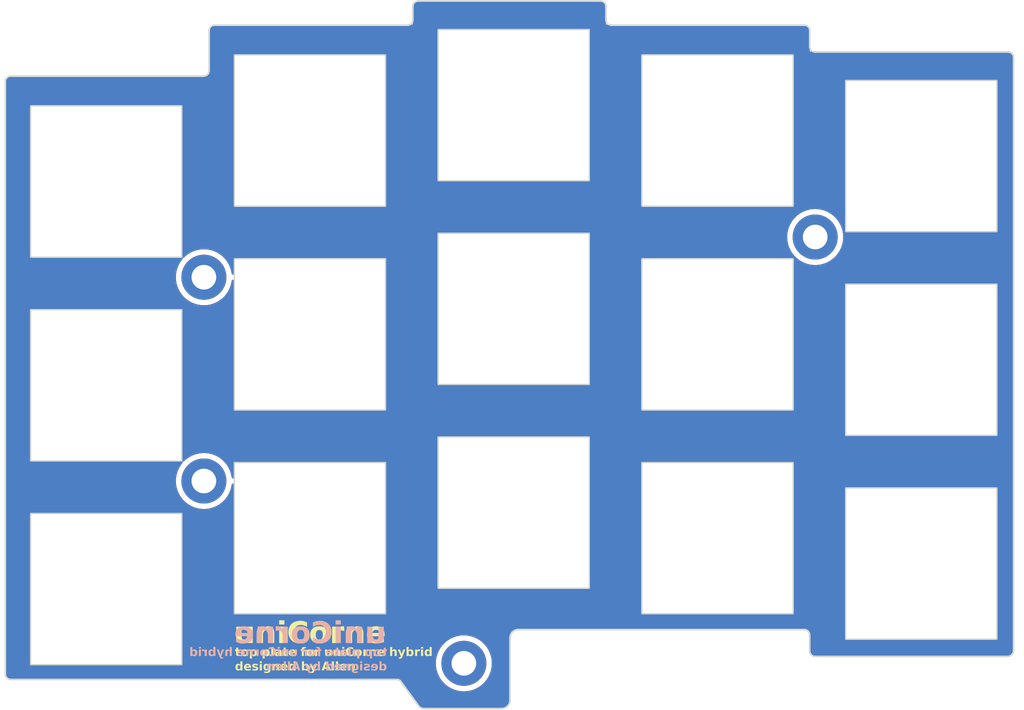
<source format=kicad_pcb>
(kicad_pcb (version 20221018) (generator pcbnew)
  (layers (0 "F.Cu" signal) (31 "B.Cu" signal) (34 "B.Paste" user) (35 "F.Paste" user) (36 "B.SilkS" user "B.Silkscreen") (37 "F.SilkS" user "F.Silkscreen") (38 "B.Mask" user) (39 "F.Mask" user) (44 "Edge.Cuts" user))
  (net 0 "")
  (net 1 "GND")
  (footprint "KBD_PARTS:M2_Hole_TH" (layer "F.Cu") (at 98.46 105.85)
    (fp_text reference "H6" hide)
    (fp_text value "MountingHole")
    (pad "" thru_hole circle (at 0 0) (size 4.2 4.2) (drill 2.3) (layers "*.Cu" "*.Mask"))
  )
  (footprint "KBD_PARTS:M2_Hole_TH" (layer "F.Cu") (at 122.7 122.85)
    (fp_text reference "H4" hide)
    (fp_text value "MountingHole")
    (pad "" thru_hole circle (at 0 0) (size 4.2 4.2) (drill 2.3) (layers "*.Cu" "*.Mask"))
  )
  (footprint "KBD_PARTS:M2_Hole_TH" (layer "F.Cu") (at 98.46 86.85)
    (fp_text reference "H7" hide)
    (fp_text value "MountingHole")
    (pad "" thru_hole circle (at 0 0) (size 4.2 4.2) (drill 2.3) (layers "*.Cu" "*.Mask"))
  )
  (footprint "KBD_PARTS:M2_Hole_TH" (layer "F.Cu") (at 155.46 83.1)
    (fp_text reference "H5" hide)
    (fp_text value "MountingHole")
    (pad "" thru_hole circle (at 0 0) (size 4.2 4.2) (drill 2.3) (layers "*.Cu" "*.Mask"))
  )
  (footprint "KBD_PARTS:SW_hole_14x14" (layer "B.Cu") (at 127.35 89.7996 180)
    (fp_text reference "SW8" hide)
    (fp_text value "SW_MX_HS" hide)
    (fp_rect (start -7.05 7.05) (end 7.05 -7.05) (stroke (width 0.12)) (fill none) (layer "Edge.Cuts"))
  )
  (footprint "KBD_PARTS:SW_hole_14x14" (layer "B.Cu") (at 89.35 77.9246 180)
    (fp_text reference "SW1" hide)
    (fp_text value "SW_MX_HS" hide)
    (fp_rect (start -7.05 7.05) (end 7.05 -7.05) (stroke (width 0.12)) (fill none) (layer "Edge.Cuts"))
  )
  (footprint "KBD_PARTS:SW_hole_14x14" (layer "B.Cu") (at 165.35 113.5496 180)
    (fp_text reference "SW15" hide)
    (fp_text value "SW_MX_HS" hide)
    (fp_rect (start -7.05 7.05) (end 7.05 -7.05) (stroke (width 0.12)) (fill none) (layer "Edge.Cuts"))
  )
  (footprint "KBD_PARTS:SW_hole_14x14" (layer "B.Cu") (at 89.35 115.9246 180)
    (fp_text reference "SW11" hide)
    (fp_text value "SW_MX_HS" hide)
    (fp_rect (start -7.05 7.05) (end 7.05 -7.05) (stroke (width 0.12)) (fill none) (layer "Edge.Cuts"))
  )
  (footprint "KBD_PARTS:SW_hole_14x14" (layer "B.Cu") (at 146.35 92.1746 180)
    (fp_text reference "SW9" hide)
    (fp_text value "SW_MX_HS" hide)
    (fp_rect (start -7.05 7.05) (end 7.05 -7.05) (stroke (width 0.12)) (fill none) (layer "Edge.Cuts"))
  )
  (footprint "KBD_PARTS:SW_hole_14x14" (layer "B.Cu") (at 89.35 96.9246 180)
    (fp_text reference "SW6" hide)
    (fp_text value "SW_MX_HS" hide)
    (fp_rect (start -7.05 7.05) (end 7.05 -7.05) (stroke (width 0.12)) (fill none) (layer "Edge.Cuts"))
  )
  (footprint "KBD_PARTS:SW_hole_14x14" (layer "B.Cu") (at 146.35 73.1746 180)
    (fp_text reference "SW4" hide)
    (fp_text value "SW_MX_HS" hide)
    (fp_rect (start -7.05 7.05) (end 7.05 -7.05) (stroke (width 0.12)) (fill none) (layer "Edge.Cuts"))
  )
  (footprint "KBD_PARTS:SW_hole_14x14" (layer "B.Cu") (at 146.35 111.1746 180)
    (fp_text reference "SW14" hide)
    (fp_text value "SW_MX_HS" hide)
    (fp_rect (start -7.05 7.05) (end 7.05 -7.05) (stroke (width 0.12)) (fill none) (layer "Edge.Cuts"))
  )
  (footprint "KBD_PARTS:SW_hole_14x14" (layer "B.Cu") (at 108.35 73.1746 180)
    (fp_text reference "SW2" hide)
    (fp_text value "SW_MX_HS" hide)
    (fp_rect (start -7.05 7.05) (end 7.05 -7.05) (stroke (width 0.12)) (fill none) (layer "Edge.Cuts"))
  )
  (footprint "KBD_PARTS:SW_hole_14x14" (layer "B.Cu") (at 165.35 75.5496 180)
    (fp_text reference "SW5" hide)
    (fp_text value "SW_MX_HS" hide)
    (fp_rect (start -7.05 7.05) (end 7.05 -7.05) (stroke (width 0.12)) (fill none) (layer "Edge.Cuts"))
  )
  (footprint "KBD_PARTS:SW_hole_14x14" (layer "B.Cu") (at 127.35 108.7996 180)
    (fp_text reference "SW13" hide)
    (fp_text value "SW_MX_HS" hide)
    (fp_rect (start -7.05 7.05) (end 7.05 -7.05) (stroke (width 0.12)) (fill none) (layer "Edge.Cuts"))
  )
  (footprint "KBD_PARTS:SW_hole_14x14" (layer "B.Cu") (at 165.35 94.5496 180)
    (fp_text reference "SW10" hide)
    (fp_text value "SW_MX_HS" hide)
    (fp_rect (start -7.05 7.05) (end 7.05 -7.05) (stroke (width 0.12)) (fill none) (layer "Edge.Cuts"))
  )
  (footprint "KBD_PARTS:SW_hole_14x14" (layer "B.Cu") (at 127.35 70.7996 180)
    (fp_text reference "SW3" hide)
    (fp_text value "SW_MX_HS" hide)
    (fp_rect (start -7.05 7.05) (end 7.05 -7.05) (stroke (width 0.12)) (fill none) (layer "Edge.Cuts"))
  )
  (footprint "KBD_PARTS:SW_hole_14x14" (layer "B.Cu") (at 108.35 92.1746 180)
    (fp_text reference "SW7" hide)
    (fp_text value "SW_MX_HS" hide)
    (fp_rect (start -7.05 7.05) (end 7.05 -7.05) (stroke (width 0.12)) (fill none) (layer "Edge.Cuts"))
  )
  (footprint "KBD_PARTS:SW_hole_14x14" (layer "B.Cu") (at 108.35 111.1746 180)
    (fp_text reference "SW12" hide)
    (fp_text value "SW_MX_HS" hide)
    (fp_rect (start -7.05 7.05) (end 7.05 -7.05) (stroke (width 0.12)) (fill none) (layer "Edge.Cuts"))
  )
  (gr_line (start 173.45 65.85) (end 155.45 65.85) (stroke (width 0.15)) (layer "Edge.Cuts"))
  (gr_line (start 154.95 65.35) (end 154.95 63.85) (stroke (width 0.15)) (layer "Edge.Cuts"))
  (gr_line (start 154.45 119.7) (end 127.75 119.7) (stroke (width 0.15)) (layer "Edge.Cuts"))
  (gr_line (start 173.45 122.2) (end 155.45 122.2) (stroke (width 0.15)) (layer "Edge.Cuts"))
  (gr_line (start 116.8 124.5) (end 118.53 126.87) (stroke (width 0.15)) (layer "Edge.Cuts"))
  (gr_line (start 154.45 63.35) (end 136.45 63.35) (stroke (width 0.15)) (layer "Edge.Cuts"))
  (gr_arc (start 136.45 63.35) (mid 136.096447 63.203553) (end 135.95 62.85) (stroke (width 0.15)) (layer "Edge.Cuts"))
  (gr_arc (start 127 120.5) (mid 127.209315 119.944671) (end 127.75 119.7) (stroke (width 0.15)) (layer "Edge.Cuts"))
  (gr_arc (start 135.45 61.1) (mid 135.803553 61.246447) (end 135.95 61.6) (stroke (width 0.15)) (layer "Edge.Cuts"))
  (gr_line (start 135.95 62.85) (end 135.95 61.6) (stroke (width 0.15)) (layer "Edge.Cuts"))
  (gr_arc (start 98.95 67.6) (mid 98.803553 67.953553) (end 98.45 68.1) (stroke (width 0.15)) (layer "Edge.Cuts"))
  (gr_arc (start 119 127.06) (mid 118.744307 127.016188) (end 118.53 126.87) (stroke (width 0.15)) (layer "Edge.Cuts"))
  (gr_line (start 126.25 127.06) (end 119 127.06) (stroke (width 0.15)) (layer "Edge.Cuts"))
  (gr_arc (start 117.95 62.85) (mid 117.803553 63.203553) (end 117.45 63.35) (stroke (width 0.15)) (layer "Edge.Cuts"))
  (gr_line (start 117.45 63.35) (end 99.45 63.35) (stroke (width 0.15)) (layer "Edge.Cuts"))
  (gr_arc (start 127 126.26) (mid 126.790685 126.81533) (end 126.25 127.06) (stroke (width 0.15)) (layer "Edge.Cuts"))
  (gr_line (start 127 126.26) (end 127 120.5) (stroke (width 0.15)) (layer "Edge.Cuts"))
  (gr_arc (start 98.95 63.85) (mid 99.096447 63.496447) (end 99.45 63.35) (stroke (width 0.15)) (layer "Edge.Cuts"))
  (gr_arc (start 154.45 63.35) (mid 154.803553 63.496447) (end 154.95 63.85) (stroke (width 0.15)) (layer "Edge.Cuts"))
  (gr_line (start 135.45 61.1) (end 118.45 61.1) (stroke (width 0.15)) (layer "Edge.Cuts"))
  (gr_line (start 79.95 68.6) (end 79.95 123.85) (stroke (width 0.15)) (layer "Edge.Cuts"))
  (gr_line (start 116.45 124.35) (end 80.45 124.35) (stroke (width 0.15)) (layer "Edge.Cuts"))
  (gr_arc (start 117.95 61.6) (mid 118.096447 61.246447) (end 118.45 61.1) (stroke (width 0.15)) (layer "Edge.Cuts"))
  (gr_arc (start 155.45 122.2) (mid 155.096447 122.053553) (end 154.95 121.7) (stroke (width 0.15)) (layer "Edge.Cuts"))
  (gr_line (start 173.95 66.35) (end 173.95 121.6) (stroke (width 0.15)) (layer "Edge.Cuts"))
  (gr_arc (start 154.45 119.7) (mid 154.803553 119.846447) (end 154.95 120.2) (stroke (width 0.15)) (layer "Edge.Cuts"))
  (gr_arc (start 80.45 124.35) (mid 80.096447 124.203553) (end 79.95 123.85) (stroke (width 0.15)) (layer "Edge.Cuts"))
  (gr_line (start 98.45 68.1) (end 80.45 68.1) (stroke (width 0.15)) (layer "Edge.Cuts"))
  (gr_arc (start 79.95 68.6) (mid 80.096447 68.246447) (end 80.45 68.1) (stroke (width 0.15)) (layer "Edge.Cuts"))
  (gr_line (start 98.95 63.85) (end 98.95 67.6) (stroke (width 0.15)) (layer "Edge.Cuts"))
  (gr_line (start 154.95 121.7) (end 154.95 120.2) (stroke (width 0.15)) (layer "Edge.Cuts"))
  (gr_line (start 117.95 61.6) (end 117.95 62.85) (stroke (width 0.15)) (layer "Edge.Cuts"))
  (gr_arc (start 173.95 121.6) (mid 173.824262 122.003552) (end 173.45 122.2) (stroke (width 0.15)) (layer "Edge.Cuts"))
  (gr_arc (start 116.45 124.35) (mid 116.641342 124.38806) (end 116.803553 124.496447) (stroke (width 0.15)) (layer "Edge.Cuts"))
  (gr_arc (start 173.45 65.85) (mid 173.803553 65.996447) (end 173.95 66.35) (stroke (width 0.15)) (layer "Edge.Cuts"))
  (gr_arc (start 155.45 65.85) (mid 155.096447 65.703553) (end 154.95 65.35) (stroke (width 0.15)) (layer "Edge.Cuts"))
  (gr_text "uniCorne" (at 115.45 121.3) (layer "B.SilkS") (effects (font (size 2 2) (thickness 0.3) bold) (justify left bottom mirror)))
  (gr_text "top plate for uniCorne hybrid\ndesigned by Allen" (at 115.541834 123.65) (layer "B.SilkS") (effects (font (size 0.8 0.8) (thickness 0.2) bold) (justify left bottom mirror)))
  (gr_text "top plate for uniCorne hybrid\ndesigned by Allen" (at 101.35 123.65) (layer "F.SilkS") (effects (font (size 0.8 0.8) (thickness 0.2) bold) (justify left bottom)))
  (gr_text "uniCorne" (at 101.258166 121.3) (layer "F.SilkS") (effects (font (size 2 2) (thickness 0.3) bold) (justify left bottom)))
  (zone (net 1) (net_name "GND") (layers "F&B.Cu") (connect_pads yes (clearance 0.508)) (min_thickness 0.254) (fill yes (thermal_gap 0.508) (thermal_bridge_width 0.508))
    (polygon (pts (xy 174.09 122.31) (xy 173.95 68) (xy 173.95 65.8) (xy 154.95 65.8) (xy 154.95 63.3) (xy 135.95 63.3) (xy 135.95 61) (xy 117.95 61) (xy 117.95 63.3) (xy 98.75 63.3) (xy 98.85 68) (xy 79.45 67.95) (xy 79.65 124.65) (xy 116.55 124.3) (xy 118.84 127.24) (xy 127.97 127.18) (xy 128.02 119.86) (xy 154.76 119.84) (xy 154.72 122.21)))
  )
)
</source>
